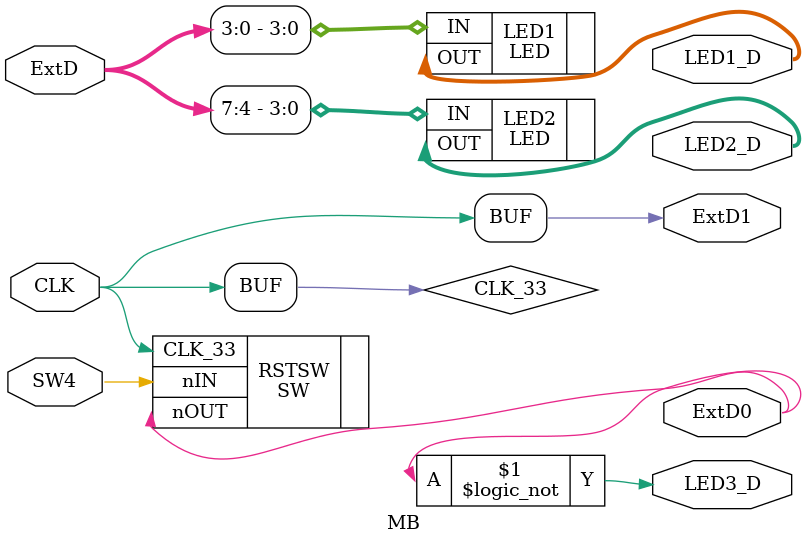
<source format=sv>
module MB(
  input  logic       CLK,
  input  logic       SW4,
  input  logic [7:0] ExtD,
  output logic       ExtD1,
  output logic       ExtD0,
  output logic [7:0] LED1_D,
  output logic [7:0] LED2_D,
  output logic       LED3_D
);

// clock
logic CLK_33;
assign CLK_33 = CLK;
assign ExtD1 = CLK_33;

// reset
SW RSTSW(.CLK_33(CLK_33), .nIN(SW4), .nOUT(ExtD0));

// LED
assign LED3_D = !ExtD0;
LED LED2(.IN(ExtD[7:4]), .OUT(LED2_D));
LED LED1(.IN(ExtD[3:0]), .OUT(LED1_D));

endmodule

</source>
